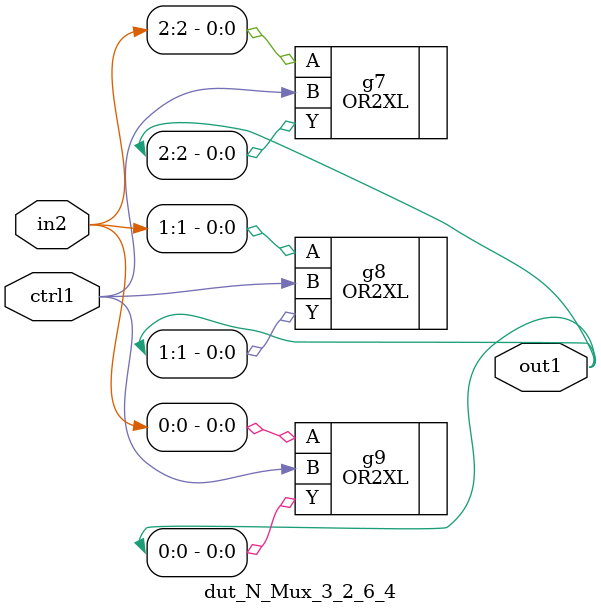
<source format=v>
`timescale 1ps / 1ps


module dut_N_Mux_3_2_6_4(in2, ctrl1, out1);
  input [2:0] in2;
  input ctrl1;
  output [2:0] out1;
  wire [2:0] in2;
  wire ctrl1;
  wire [2:0] out1;
  OR2XL g7(.A (in2[2]), .B (ctrl1), .Y (out1[2]));
  OR2XL g8(.A (in2[1]), .B (ctrl1), .Y (out1[1]));
  OR2XL g9(.A (in2[0]), .B (ctrl1), .Y (out1[0]));
endmodule



</source>
